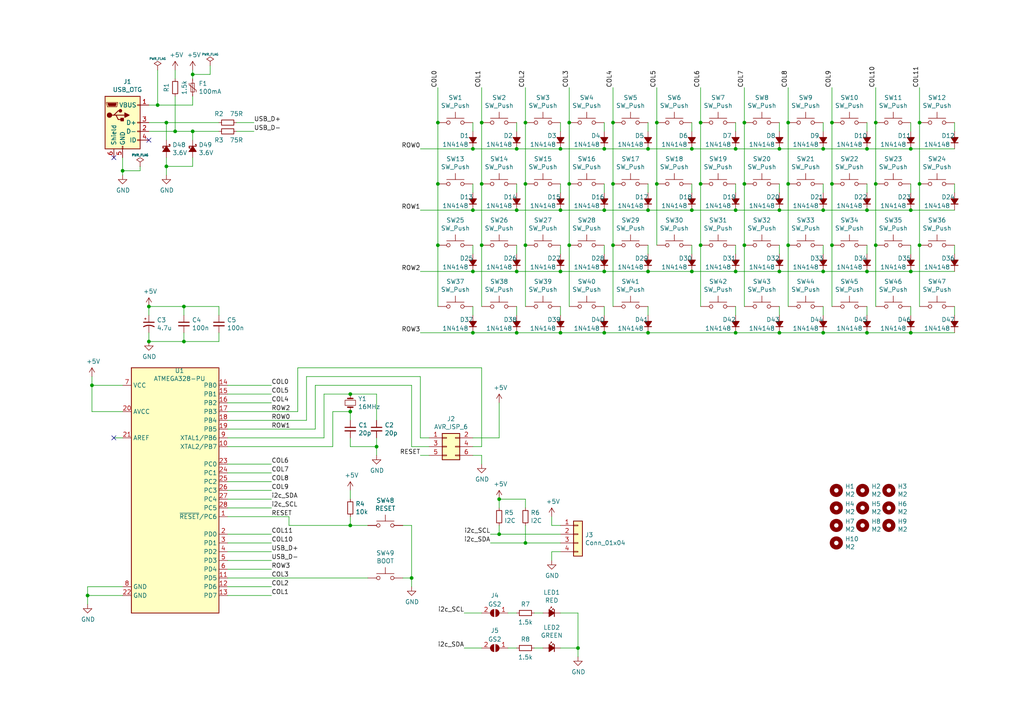
<source format=kicad_sch>
(kicad_sch (version 20211123) (generator eeschema)
  (paper "A4")
  (lib_symbols
    (symbol "Connector:USB_B_Mini" (pin_names (offset 1.016))
      (property "Reference" "J" (at -5.08 11.43 0))
      (property "Value" "USB_B_Mini" (at -5.08 8.89 0))
      (symbol "USB_B_Mini_1_1"
        (pin power_out line (at 7.62 5.08 180) (length 2.54) (name "VBUS") (number "1"))
        (pin bidirectional line (at 7.62 -2.54 180) (length 2.54) (name "D-") (number "2"))
        (pin bidirectional line (at 7.62 0 180) (length 2.54) (name "D+") (number "3"))
        (pin passive line (at 7.62 -5.08 180) (length 2.54) (name "ID") (number "4"))
        (pin power_out line (at 0 -10.16 90) (length 2.54) (name "GND") (number "5"))
        (pin passive line (at -2.54 -10.16 90) (length 2.54) (name "Shield") (number "6"))
      )
    )
    (symbol "Connector_Generic:Conn_01x04" (pin_names (offset 1.016) hide)
      (property "Reference" "J" (at 0 5.08 0))
      (property "Value" "Conn_01x04" (at 0 -7.62 0))
      (symbol "Conn_01x04_1_1"
        (pin passive line (at -5.08 2.54 0) (length 3.81) (name "Pin_1") (number "1"))
        (pin passive line (at -5.08 0 0) (length 3.81) (name "Pin_2") (number "2"))
        (pin passive line (at -5.08 -2.54 0) (length 3.81) (name "Pin_3") (number "3"))
        (pin passive line (at -5.08 -5.08 0) (length 3.81) (name "Pin_4") (number "4"))
      )
    )
    (symbol "Connector_Generic:Conn_02x03_Odd_Even" (pin_names (offset 1.016) hide)
      (property "Reference" "J" (at 1.27 5.08 0))
      (property "Value" "Conn_02x03_Odd_Even" (at 1.27 -5.08 0))
      (symbol "Conn_02x03_Odd_Even_1_1"
        (pin passive line (at -5.08 2.54 0) (length 3.81) (name "Pin_1") (number "1"))
        (pin passive line (at 7.62 2.54 180) (length 3.81) (name "Pin_2") (number "2"))
        (pin passive line (at -5.08 0 0) (length 3.81) (name "Pin_3") (number "3"))
        (pin passive line (at 7.62 0 180) (length 3.81) (name "Pin_4") (number "4"))
        (pin passive line (at -5.08 -2.54 0) (length 3.81) (name "Pin_5") (number "5"))
        (pin passive line (at 7.62 -2.54 180) (length 3.81) (name "Pin_6") (number "6"))
      )
    )
    (symbol "Device:C_Polarized_Small_US" (pin_numbers hide) (pin_names (offset 0.254) hide)
      (property "Reference" "C" (at 0.254 1.778 0))
      (property "Value" "C_Polarized_Small_US" (at 0.254 -2.032 0))
      (symbol "C_Polarized_Small_US_1_1"
        (pin passive line (at 0 2.54 270) (length 2.032) (name "~") (number "1"))
        (pin passive line (at 0 -2.54 90) (length 2.032) (name "~") (number "2"))
      )
    )
    (symbol "Device:C_Small" (pin_numbers hide) (pin_names (offset 0.254) hide)
      (property "Reference" "C" (at 0.254 1.778 0))
      (property "Value" "C_Small" (at 0.254 -2.032 0))
      (symbol "C_Small_1_1"
        (pin passive line (at 0 2.54 270) (length 2.032) (name "~") (number "1"))
        (pin passive line (at 0 -2.54 90) (length 2.032) (name "~") (number "2"))
      )
    )
    (symbol "Device:Crystal_Small" (pin_numbers hide) (pin_names (offset 1.016) hide)
      (property "Reference" "Y" (at 0 2.54 0))
      (property "Value" "Crystal_Small" (at 0 -2.54 0))
      (symbol "Crystal_Small_1_1"
        (pin passive line (at -2.54 0 0) (length 1.27) (name "1") (number "1"))
        (pin passive line (at 2.54 0 180) (length 1.27) (name "2") (number "2"))
      )
    )
    (symbol "Device:D_Schottky_Small_Filled" (pin_numbers hide) (pin_names (offset 0.254) hide)
      (property "Reference" "D" (at -1.27 2.032 0))
      (property "Value" "D_Schottky_Small_Filled" (at -7.112 -2.032 0))
      (symbol "D_Schottky_Small_Filled_1_1"
        (pin passive line (at -2.54 0 0) (length 1.778) (name "K") (number "1"))
        (pin passive line (at 2.54 0 180) (length 1.778) (name "A") (number "2"))
      )
    )
    (symbol "Device:D_Small_Filled" (pin_numbers hide) (pin_names (offset 0.254) hide)
      (property "Reference" "D" (at -1.27 2.032 0))
      (property "Value" "D_Small_Filled" (at -3.81 -2.032 0))
      (symbol "D_Small_Filled_1_1"
        (pin passive line (at -2.54 0 0) (length 1.778) (name "K") (number "1"))
        (pin passive line (at 2.54 0 180) (length 1.778) (name "A") (number "2"))
      )
    )
    (symbol "Device:LED_Small_Filled" (pin_numbers hide) (pin_names (offset 0.254) hide)
      (property "Reference" "D" (at -1.27 3.175 0))
      (property "Value" "LED_Small_Filled" (at -4.445 -2.54 0))
      (symbol "LED_Small_Filled_1_1"
        (pin passive line (at -2.54 0 0) (length 1.778) (name "K") (number "1"))
        (pin passive line (at 2.54 0 180) (length 1.778) (name "A") (number "2"))
      )
    )
    (symbol "Device:Polyfuse_Small" (pin_numbers hide) (pin_names (offset 0))
      (property "Reference" "F" (at -1.905 0 90))
      (property "Value" "Polyfuse_Small" (at 1.905 0 90))
      (symbol "Polyfuse_Small_1_1"
        (pin passive line (at 0 2.54 270) (length 0.635) (name "~") (number "1"))
        (pin passive line (at 0 -2.54 90) (length 0.635) (name "~") (number "2"))
      )
    )
    (symbol "Device:R_Small" (pin_numbers hide) (pin_names (offset 0.254) hide)
      (property "Reference" "R" (at 0.762 0.508 0))
      (property "Value" "R_Small" (at 0.762 -1.016 0))
      (symbol "R_Small_1_1"
        (pin passive line (at 0 2.54 270) (length 0.762) (name "~") (number "1"))
        (pin passive line (at 0 -2.54 90) (length 0.762) (name "~") (number "2"))
      )
    )
    (symbol "Jumper:SolderJumper_2_Open" (pin_names (offset 0) hide)
      (property "Reference" "JP" (at 0 2.032 0))
      (property "Value" "SolderJumper_2_Open" (at 0 -2.54 0))
      (symbol "SolderJumper_2_Open_1_1"
        (pin passive line (at -3.81 0 0) (length 2.54) (name "A") (number "1"))
        (pin passive line (at 3.81 0 180) (length 2.54) (name "B") (number "2"))
      )
    )
    (symbol "MCU_Microchip_ATmega:ATmega328-PU"
      (property "Reference" "U1" (at 1.27 34.7218 0))
      (property "Value" "ATMEGA328-PU" (at 1.27 32.4104 0))
      (symbol "ATmega328-PU_1_1"
        (pin bidirectional line (at 15.24 -7.62 180) (length 2.54) (name "~{RESET}/PC6") (number "1"))
        (pin bidirectional line (at 15.24 12.7 180) (length 2.54) (name "XTAL2/PB7") (number "10"))
        (pin bidirectional line (at 15.24 -25.4 180) (length 2.54) (name "PD5") (number "11"))
        (pin bidirectional line (at 15.24 -27.94 180) (length 2.54) (name "PD6") (number "12"))
        (pin bidirectional line (at 15.24 -30.48 180) (length 2.54) (name "PD7") (number "13"))
        (pin bidirectional line (at 15.24 30.48 180) (length 2.54) (name "PB0") (number "14"))
        (pin bidirectional line (at 15.24 27.94 180) (length 2.54) (name "PB1") (number "15"))
        (pin bidirectional line (at 15.24 25.4 180) (length 2.54) (name "PB2") (number "16"))
        (pin bidirectional line (at 15.24 22.86 180) (length 2.54) (name "PB3") (number "17"))
        (pin bidirectional line (at 15.24 20.32 180) (length 2.54) (name "PB4") (number "18"))
        (pin bidirectional line (at 15.24 17.78 180) (length 2.54) (name "PB5") (number "19"))
        (pin bidirectional line (at 15.24 -12.7 180) (length 2.54) (name "PD0") (number "2"))
        (pin power_in line (at -15.24 22.86 0) (length 2.54) (name "AVCC") (number "20"))
        (pin passive line (at -15.24 15.24 0) (length 2.54) (name "AREF") (number "21"))
        (pin passive line (at -15.24 -30.48 0) (length 2.54) (name "GND") (number "22"))
        (pin bidirectional line (at 15.24 7.62 180) (length 2.54) (name "PC0") (number "23"))
        (pin bidirectional line (at 15.24 5.08 180) (length 2.54) (name "PC1") (number "24"))
        (pin bidirectional line (at 15.24 2.54 180) (length 2.54) (name "PC2") (number "25"))
        (pin bidirectional line (at 15.24 0 180) (length 2.54) (name "PC3") (number "26"))
        (pin bidirectional line (at 15.24 -2.54 180) (length 2.54) (name "PC4") (number "27"))
        (pin bidirectional line (at 15.24 -5.08 180) (length 2.54) (name "PC5") (number "28"))
        (pin bidirectional line (at 15.24 -15.24 180) (length 2.54) (name "PD1") (number "3"))
        (pin bidirectional line (at 15.24 -17.78 180) (length 2.54) (name "PD2") (number "4"))
        (pin bidirectional line (at 15.24 -20.32 180) (length 2.54) (name "PD3") (number "5"))
        (pin bidirectional line (at 15.24 -22.86 180) (length 2.54) (name "PD4") (number "6"))
        (pin power_in line (at -15.24 30.48 0) (length 2.54) (name "VCC") (number "7"))
        (pin power_in line (at -15.24 -27.94 0) (length 2.54) (name "GND") (number "8"))
        (pin bidirectional line (at 15.24 15.24 180) (length 2.54) (name "XTAL1/PB6") (number "9"))
      )
    )
    (symbol "Mechanical:MountingHole" (pin_names (offset 1.016))
      (property "Reference" "H" (at 0 5.08 0))
      (property "Value" "MountingHole" (at 0 3.175 0))
    )
    (symbol "Switch:SW_Push" (pin_numbers hide) (pin_names (offset 1.016) hide)
      (property "Reference" "SW" (at 1.27 2.54 0))
      (property "Value" "SW_Push" (at 0 -1.524 0))
      (symbol "SW_Push_0_1"
        (pin passive line (at -5.08 0 0) (length 2.54) (name "1") (number "1"))
        (pin passive line (at 5.08 0 180) (length 2.54) (name "2") (number "2"))
      )
    )
    (symbol "power:+5V" (power) (pin_names (offset 0))
      (property "Value" "+5V" (at 0 3.556 0))
      (symbol "+5V_1_1"
        (pin power_in line (at 0 0 90) (length 0) hide (name "+5V") (number "1"))
      )
    )
    (symbol "power:GND" (power) (pin_names (offset 0))
      (property "Value" "GND" (at 0 -3.81 0))
      (symbol "GND_1_1"
        (pin power_in line (at 0 0 270) (length 0) hide (name "GND") (number "1"))
      )
    )
    (symbol "power:PWR_FLAG" (power) (pin_numbers hide) (pin_names (offset 0) hide)
      (property "Value" "PWR_FLAG" (at 0 3.81 0))
      (symbol "PWR_FLAG_0_0"
        (pin power_out line (at 0 0 90) (length 0) (name "pwr") (number "1"))
      )
    )
  )
  (junction (at 43.18 88.9))
  (junction (at 162.56 96.52))
  (junction (at 251.46 60.96))
  (junction (at 228.6 53.34))
  (junction (at 266.7 53.34))
  (junction (at 50.8 38.1))
  (junction (at 43.18 99.06))
  (junction (at 266.7 35.56))
  (junction (at 55.88 21.59))
  (junction (at 213.36 78.74))
  (junction (at 238.76 60.96))
  (junction (at 203.2 71.12))
  (junction (at 177.8 35.56))
  (junction (at 200.66 60.96))
  (junction (at 266.7 71.12))
  (junction (at 149.86 60.96))
  (junction (at 226.06 43.18))
  (junction (at 101.6 119.38))
  (junction (at 26.67 111.76))
  (junction (at 137.16 60.96))
  (junction (at 264.16 78.74))
  (junction (at 175.26 96.52))
  (junction (at 251.46 96.52))
  (junction (at 48.26 48.26))
  (junction (at 238.76 43.18))
  (junction (at 165.1 71.12))
  (junction (at 53.34 99.06))
  (junction (at 241.3 71.12))
  (junction (at 251.46 43.18))
  (junction (at 254 71.12))
  (junction (at 251.46 78.74))
  (junction (at 226.06 60.96))
  (junction (at 264.16 60.96))
  (junction (at 213.36 43.18))
  (junction (at 162.56 60.96))
  (junction (at 149.86 78.74))
  (junction (at 137.16 78.74))
  (junction (at 238.76 96.52))
  (junction (at 228.6 71.12))
  (junction (at 167.64 187.96))
  (junction (at 152.4 35.56))
  (junction (at 144.78 154.94))
  (junction (at 152.4 71.12))
  (junction (at 139.7 53.34))
  (junction (at 48.26 35.56))
  (junction (at 149.86 96.52))
  (junction (at 226.06 78.74))
  (junction (at 45.72 30.48))
  (junction (at 213.36 96.52))
  (junction (at 149.86 43.18))
  (junction (at 162.56 43.18))
  (junction (at 187.96 96.52))
  (junction (at 119.38 167.64))
  (junction (at 213.36 60.96))
  (junction (at 35.56 49.53))
  (junction (at 137.16 43.18))
  (junction (at 228.6 35.56))
  (junction (at 144.78 144.78))
  (junction (at 241.3 35.56))
  (junction (at 200.66 43.18))
  (junction (at 55.88 38.1))
  (junction (at 139.7 35.56))
  (junction (at 177.8 53.34))
  (junction (at 25.4 172.72))
  (junction (at 152.4 157.48))
  (junction (at 139.7 71.12))
  (junction (at 200.66 78.74))
  (junction (at 241.3 53.34))
  (junction (at 101.6 114.3))
  (junction (at 175.26 78.74))
  (junction (at 190.5 53.34))
  (junction (at 109.22 129.54))
  (junction (at 101.6 152.4))
  (junction (at 127 53.34))
  (junction (at 127 35.56))
  (junction (at 226.06 96.52))
  (junction (at 175.26 43.18))
  (junction (at 254 53.34))
  (junction (at 152.4 53.34))
  (junction (at 162.56 78.74))
  (junction (at 165.1 53.34))
  (junction (at 165.1 35.56))
  (junction (at 190.5 35.56))
  (junction (at 254 35.56))
  (junction (at 238.76 78.74))
  (junction (at 53.34 88.9))
  (junction (at 264.16 43.18))
  (junction (at 215.9 71.12))
  (junction (at 187.96 78.74))
  (junction (at 187.96 43.18))
  (junction (at 187.96 60.96))
  (junction (at 127 71.12))
  (junction (at 264.16 96.52))
  (junction (at 177.8 71.12))
  (junction (at 137.16 96.52))
  (junction (at 175.26 60.96))
  (junction (at 203.2 53.34))
  (junction (at 203.2 35.56))
  (junction (at 215.9 53.34))
  (junction (at 215.9 35.56))
  (no_connect (at 43.18 40.64))
  (no_connect (at 33.02 127))
  (no_connect (at 33.02 45.72))
  (wire (pts (xy 124.46 132.08) (xy 121.92 132.08)))
  (wire (pts (xy 55.88 48.26) (xy 55.88 45.72)))
  (wire (pts (xy 53.34 88.9) (xy 53.34 91.44)))
  (wire (pts (xy 139.7 35.56) (xy 139.7 25.4)))
  (wire (pts (xy 43.18 88.9) (xy 43.18 91.44)))
  (wire (pts (xy 101.6 149.86) (xy 101.6 152.4)))
  (wire (pts (xy 66.04 170.18) (xy 78.74 170.18)))
  (wire (pts (xy 154.94 177.8) (xy 157.48 177.8)))
  (wire (pts (xy 264.16 43.18) (xy 276.86 43.18)))
  (wire (pts (xy 190.5 71.12) (xy 190.5 53.34)))
  (wire (pts (xy 83.82 149.86) (xy 83.82 152.4)))
  (wire (pts (xy 251.46 96.52) (xy 264.16 96.52)))
  (wire (pts (xy 152.4 88.9) (xy 152.4 71.12)))
  (wire (pts (xy 66.04 172.72) (xy 78.74 172.72)))
  (wire (pts (xy 93.98 114.3) (xy 101.6 114.3)))
  (wire (pts (xy 226.06 78.74) (xy 238.76 78.74)))
  (wire (pts (xy 137.16 71.12) (xy 137.16 73.66)))
  (wire (pts (xy 66.04 121.92) (xy 88.9 121.92)))
  (wire (pts (xy 116.84 152.4) (xy 119.38 152.4)))
  (wire (pts (xy 187.96 60.96) (xy 200.66 60.96)))
  (wire (pts (xy 149.86 88.9) (xy 149.86 91.44)))
  (wire (pts (xy 149.86 43.18) (xy 162.56 43.18)))
  (wire (pts (xy 177.8 88.9) (xy 177.8 71.12)))
  (wire (pts (xy 45.72 20.32) (xy 45.72 30.48)))
  (wire (pts (xy 187.96 96.52) (xy 213.36 96.52)))
  (wire (pts (xy 241.3 35.56) (xy 241.3 25.4)))
  (wire (pts (xy 241.3 53.34) (xy 241.3 35.56)))
  (wire (pts (xy 175.26 78.74) (xy 187.96 78.74)))
  (wire (pts (xy 109.22 129.54) (xy 109.22 127)))
  (wire (pts (xy 66.04 137.16) (xy 78.74 137.16)))
  (wire (pts (xy 66.04 134.62) (xy 78.74 134.62)))
  (wire (pts (xy 93.98 114.3) (xy 93.98 127)))
  (wire (pts (xy 152.4 144.78) (xy 152.4 147.32)))
  (wire (pts (xy 88.9 121.92) (xy 88.9 109.22)))
  (wire (pts (xy 238.76 35.56) (xy 238.76 38.1)))
  (wire (pts (xy 241.3 88.9) (xy 241.3 71.12)))
  (wire (pts (xy 187.96 43.18) (xy 200.66 43.18)))
  (wire (pts (xy 109.22 114.3) (xy 109.22 121.92)))
  (wire (pts (xy 26.67 111.76) (xy 26.67 109.22)))
  (wire (pts (xy 162.56 152.4) (xy 160.02 152.4)))
  (wire (pts (xy 55.88 38.1) (xy 55.88 40.64)))
  (wire (pts (xy 48.26 45.72) (xy 48.26 48.26)))
  (wire (pts (xy 162.56 78.74) (xy 175.26 78.74)))
  (wire (pts (xy 137.16 129.54) (xy 139.7 129.54)))
  (wire (pts (xy 144.78 152.4) (xy 144.78 154.94)))
  (wire (pts (xy 251.46 60.96) (xy 264.16 60.96)))
  (wire (pts (xy 137.16 96.52) (xy 149.86 96.52)))
  (wire (pts (xy 162.56 96.52) (xy 175.26 96.52)))
  (wire (pts (xy 200.66 53.34) (xy 200.66 55.88)))
  (wire (pts (xy 63.5 88.9) (xy 63.5 91.44)))
  (wire (pts (xy 86.36 119.38) (xy 86.36 106.68)))
  (wire (pts (xy 144.78 127) (xy 137.16 127)))
  (wire (pts (xy 121.92 109.22) (xy 121.92 127)))
  (wire (pts (xy 215.9 35.56) (xy 215.9 25.4)))
  (wire (pts (xy 160.02 160.02) (xy 162.56 160.02)))
  (wire (pts (xy 266.7 53.34) (xy 266.7 35.56)))
  (wire (pts (xy 177.8 71.12) (xy 177.8 53.34)))
  (wire (pts (xy 33.02 127) (xy 35.56 127)))
  (wire (pts (xy 251.46 88.9) (xy 251.46 91.44)))
  (wire (pts (xy 63.5 96.52) (xy 63.5 99.06)))
  (wire (pts (xy 238.76 88.9) (xy 238.76 91.44)))
  (wire (pts (xy 66.04 165.1) (xy 78.74 165.1)))
  (wire (pts (xy 134.62 187.96) (xy 139.7 187.96)))
  (wire (pts (xy 149.86 35.56) (xy 149.86 38.1)))
  (wire (pts (xy 50.8 38.1) (xy 55.88 38.1)))
  (wire (pts (xy 254 71.12) (xy 254 53.34)))
  (wire (pts (xy 50.8 22.86) (xy 50.8 20.32)))
  (wire (pts (xy 144.78 154.94) (xy 142.24 154.94)))
  (wire (pts (xy 55.88 21.59) (xy 60.96 21.59)))
  (wire (pts (xy 139.7 132.08) (xy 139.7 134.62)))
  (wire (pts (xy 149.86 71.12) (xy 149.86 73.66)))
  (wire (pts (xy 175.26 96.52) (xy 187.96 96.52)))
  (wire (pts (xy 127 88.9) (xy 127 71.12)))
  (wire (pts (xy 43.18 96.52) (xy 43.18 99.06)))
  (wire (pts (xy 162.56 60.96) (xy 175.26 60.96)))
  (wire (pts (xy 43.18 38.1) (xy 50.8 38.1)))
  (wire (pts (xy 55.88 21.59) (xy 55.88 20.32)))
  (wire (pts (xy 35.56 45.72) (xy 35.56 49.53)))
  (wire (pts (xy 167.64 177.8) (xy 167.64 187.96)))
  (wire (pts (xy 213.36 96.52) (xy 226.06 96.52)))
  (wire (pts (xy 200.66 35.56) (xy 200.66 38.1)))
  (wire (pts (xy 149.86 78.74) (xy 162.56 78.74)))
  (wire (pts (xy 228.6 35.56) (xy 228.6 25.4)))
  (wire (pts (xy 175.26 88.9) (xy 175.26 91.44)))
  (wire (pts (xy 48.26 48.26) (xy 55.88 48.26)))
  (wire (pts (xy 187.96 35.56) (xy 187.96 38.1)))
  (wire (pts (xy 121.92 43.18) (xy 137.16 43.18)))
  (wire (pts (xy 53.34 99.06) (xy 43.18 99.06)))
  (wire (pts (xy 116.84 167.64) (xy 119.38 167.64)))
  (wire (pts (xy 144.78 144.78) (xy 144.78 147.32)))
  (wire (pts (xy 226.06 88.9) (xy 226.06 91.44)))
  (wire (pts (xy 63.5 99.06) (xy 53.34 99.06)))
  (wire (pts (xy 226.06 35.56) (xy 226.06 38.1)))
  (wire (pts (xy 187.96 88.9) (xy 187.96 91.44)))
  (wire (pts (xy 276.86 35.56) (xy 276.86 38.1)))
  (wire (pts (xy 66.04 167.64) (xy 106.68 167.64)))
  (wire (pts (xy 35.56 119.38) (xy 26.67 119.38)))
  (wire (pts (xy 45.72 30.48) (xy 55.88 30.48)))
  (wire (pts (xy 187.96 53.34) (xy 187.96 55.88)))
  (wire (pts (xy 101.6 119.38) (xy 101.6 121.92)))
  (wire (pts (xy 213.36 53.34) (xy 213.36 55.88)))
  (wire (pts (xy 119.38 129.54) (xy 119.38 111.76)))
  (wire (pts (xy 276.86 71.12) (xy 276.86 73.66)))
  (wire (pts (xy 165.1 88.9) (xy 165.1 71.12)))
  (wire (pts (xy 213.36 35.56) (xy 213.36 38.1)))
  (wire (pts (xy 238.76 78.74) (xy 251.46 78.74)))
  (wire (pts (xy 26.67 119.38) (xy 26.67 111.76)))
  (wire (pts (xy 144.78 144.78) (xy 152.4 144.78)))
  (wire (pts (xy 119.38 129.54) (xy 124.46 129.54)))
  (wire (pts (xy 101.6 152.4) (xy 106.68 152.4)))
  (wire (pts (xy 200.66 71.12) (xy 200.66 73.66)))
  (wire (pts (xy 66.04 127) (xy 93.98 127)))
  (wire (pts (xy 254 88.9) (xy 254 71.12)))
  (wire (pts (xy 96.52 119.38) (xy 96.52 129.54)))
  (wire (pts (xy 66.04 129.54) (xy 96.52 129.54)))
  (wire (pts (xy 137.16 88.9) (xy 137.16 91.44)))
  (wire (pts (xy 254 53.34) (xy 254 35.56)))
  (wire (pts (xy 66.04 142.24) (xy 78.74 142.24)))
  (wire (pts (xy 43.18 35.56) (xy 48.26 35.56)))
  (wire (pts (xy 109.22 132.08) (xy 109.22 129.54)))
  (wire (pts (xy 152.4 53.34) (xy 152.4 35.56)))
  (wire (pts (xy 152.4 157.48) (xy 162.56 157.48)))
  (wire (pts (xy 127 35.56) (xy 127 25.4)))
  (wire (pts (xy 175.26 71.12) (xy 175.26 73.66)))
  (wire (pts (xy 139.7 88.9) (xy 139.7 71.12)))
  (wire (pts (xy 251.46 78.74) (xy 264.16 78.74)))
  (wire (pts (xy 101.6 129.54) (xy 109.22 129.54)))
  (wire (pts (xy 149.86 177.8) (xy 147.32 177.8)))
  (wire (pts (xy 40.64 49.53) (xy 35.56 49.53)))
  (wire (pts (xy 162.56 43.18) (xy 175.26 43.18)))
  (wire (pts (xy 66.04 124.46) (xy 91.44 124.46)))
  (wire (pts (xy 165.1 53.34) (xy 165.1 35.56)))
  (wire (pts (xy 162.56 71.12) (xy 162.56 73.66)))
  (wire (pts (xy 137.16 132.08) (xy 139.7 132.08)))
  (wire (pts (xy 149.86 96.52) (xy 162.56 96.52)))
  (wire (pts (xy 187.96 78.74) (xy 200.66 78.74)))
  (wire (pts (xy 203.2 35.56) (xy 203.2 25.4)))
  (wire (pts (xy 55.88 27.94) (xy 55.88 30.48)))
  (wire (pts (xy 238.76 96.52) (xy 251.46 96.52)))
  (wire (pts (xy 162.56 177.8) (xy 167.64 177.8)))
  (wire (pts (xy 119.38 111.76) (xy 91.44 111.76)))
  (wire (pts (xy 251.46 71.12) (xy 251.46 73.66)))
  (wire (pts (xy 226.06 71.12) (xy 226.06 73.66)))
  (wire (pts (xy 152.4 152.4) (xy 152.4 157.48)))
  (wire (pts (xy 40.64 48.26) (xy 40.64 49.53)))
  (wire (pts (xy 68.58 38.1) (xy 73.66 38.1)))
  (wire (pts (xy 228.6 71.12) (xy 228.6 88.9)))
  (wire (pts (xy 203.2 88.9) (xy 203.2 71.12)))
  (wire (pts (xy 167.64 187.96) (xy 167.64 190.5)))
  (wire (pts (xy 60.96 21.59) (xy 60.96 19.05)))
  (wire (pts (xy 241.3 71.12) (xy 241.3 53.34)))
  (wire (pts (xy 101.6 127) (xy 101.6 129.54)))
  (wire (pts (xy 121.92 96.52) (xy 137.16 96.52)))
  (wire (pts (xy 147.32 187.96) (xy 149.86 187.96)))
  (wire (pts (xy 226.06 43.18) (xy 238.76 43.18)))
  (wire (pts (xy 53.34 96.52) (xy 53.34 99.06)))
  (wire (pts (xy 200.66 43.18) (xy 213.36 43.18)))
  (wire (pts (xy 266.7 71.12) (xy 266.7 53.34)))
  (wire (pts (xy 144.78 116.84) (xy 144.78 127)))
  (wire (pts (xy 187.96 71.12) (xy 187.96 73.66)))
  (wire (pts (xy 137.16 60.96) (xy 149.86 60.96)))
  (wire (pts (xy 266.7 88.9) (xy 266.7 71.12)))
  (wire (pts (xy 43.18 88.9) (xy 53.34 88.9)))
  (wire (pts (xy 160.02 152.4) (xy 160.02 149.86)))
  (wire (pts (xy 190.5 35.56) (xy 190.5 25.4)))
  (wire (pts (xy 66.04 157.48) (xy 78.74 157.48)))
  (wire (pts (xy 50.8 27.94) (xy 50.8 38.1)))
  (wire (pts (xy 175.26 60.96) (xy 187.96 60.96)))
  (wire (pts (xy 25.4 172.72) (xy 25.4 175.26)))
  (wire (pts (xy 226.06 60.96) (xy 238.76 60.96)))
  (wire (pts (xy 228.6 53.34) (xy 228.6 35.56)))
  (wire (pts (xy 66.04 162.56) (xy 78.74 162.56)))
  (wire (pts (xy 264.16 35.56) (xy 264.16 38.1)))
  (wire (pts (xy 238.76 60.96) (xy 251.46 60.96)))
  (wire (pts (xy 162.56 154.94) (xy 144.78 154.94)))
  (wire (pts (xy 48.26 35.56) (xy 63.5 35.56)))
  (wire (pts (xy 139.7 106.68) (xy 139.7 129.54)))
  (wire (pts (xy 266.7 35.56) (xy 266.7 25.4)))
  (wire (pts (xy 200.66 78.74) (xy 213.36 78.74)))
  (wire (pts (xy 134.62 177.8) (xy 139.7 177.8)))
  (wire (pts (xy 264.16 88.9) (xy 264.16 91.44)))
  (wire (pts (xy 215.9 71.12) (xy 215.9 88.9)))
  (wire (pts (xy 83.82 152.4) (xy 101.6 152.4)))
  (wire (pts (xy 251.46 53.34) (xy 251.46 55.88)))
  (wire (pts (xy 124.46 127) (xy 121.92 127)))
  (wire (pts (xy 66.04 116.84) (xy 78.74 116.84)))
  (wire (pts (xy 139.7 53.34) (xy 139.7 35.56)))
  (wire (pts (xy 137.16 43.18) (xy 149.86 43.18)))
  (wire (pts (xy 86.36 106.68) (xy 139.7 106.68)))
  (wire (pts (xy 25.4 170.18) (xy 25.4 172.72)))
  (wire (pts (xy 226.06 53.34) (xy 226.06 55.88)))
  (wire (pts (xy 152.4 71.12) (xy 152.4 53.34)))
  (wire (pts (xy 66.04 154.94) (xy 78.74 154.94)))
  (wire (pts (xy 101.6 119.38) (xy 96.52 119.38)))
  (wire (pts (xy 68.58 35.56) (xy 73.66 35.56)))
  (wire (pts (xy 121.92 60.96) (xy 137.16 60.96)))
  (wire (pts (xy 66.04 147.32) (xy 78.74 147.32)))
  (wire (pts (xy 251.46 35.56) (xy 251.46 38.1)))
  (wire (pts (xy 127 53.34) (xy 127 35.56)))
  (wire (pts (xy 175.26 43.18) (xy 187.96 43.18)))
  (wire (pts (xy 264.16 71.12) (xy 264.16 73.66)))
  (wire (pts (xy 228.6 71.12) (xy 228.6 53.34)))
  (wire (pts (xy 91.44 111.76) (xy 91.44 124.46)))
  (wire (pts (xy 175.26 53.34) (xy 175.26 55.88)))
  (wire (pts (xy 35.56 49.53) (xy 35.56 50.8)))
  (wire (pts (xy 215.9 71.12) (xy 215.9 53.34)))
  (wire (pts (xy 276.86 53.34) (xy 276.86 55.88)))
  (wire (pts (xy 238.76 71.12) (xy 238.76 73.66)))
  (wire (pts (xy 162.56 53.34) (xy 162.56 55.88)))
  (wire (pts (xy 264.16 60.96) (xy 276.86 60.96)))
  (wire (pts (xy 26.67 111.76) (xy 35.56 111.76)))
  (wire (pts (xy 149.86 53.34) (xy 149.86 55.88)))
  (wire (pts (xy 238.76 43.18) (xy 251.46 43.18)))
  (wire (pts (xy 101.6 144.78) (xy 101.6 142.24)))
  (wire (pts (xy 165.1 71.12) (xy 165.1 53.34)))
  (wire (pts (xy 215.9 53.34) (xy 215.9 35.56)))
  (wire (pts (xy 276.86 88.9) (xy 276.86 91.44)))
  (wire (pts (xy 264.16 96.52) (xy 276.86 96.52)))
  (wire (pts (xy 226.06 96.52) (xy 238.76 96.52)))
  (wire (pts (xy 25.4 172.72) (xy 35.56 172.72)))
  (wire (pts (xy 88.9 109.22) (xy 121.92 109.22)))
  (wire (pts (xy 66.04 139.7) (xy 78.74 139.7)))
  (wire (pts (xy 203.2 53.34) (xy 203.2 35.56)))
  (wire (pts (xy 48.26 40.64) (xy 48.26 35.56)))
  (wire (pts (xy 264.16 53.34) (xy 264.16 55.88)))
  (wire (pts (xy 66.04 111.76) (xy 78.74 111.76)))
  (wire (pts (xy 213.36 71.12) (xy 213.36 73.66)))
  (wire (pts (xy 177.8 35.56) (xy 177.8 25.4)))
  (wire (pts (xy 149.86 60.96) (xy 162.56 60.96)))
  (wire (pts (xy 165.1 35.56) (xy 165.1 25.4)))
  (wire (pts (xy 66.04 114.3) (xy 78.74 114.3)))
  (wire (pts (xy 66.04 149.86) (xy 83.82 149.86)))
  (wire (pts (xy 200.66 60.96) (xy 213.36 60.96)))
  (wire (pts (xy 254 35.56) (xy 254 25.4)))
  (wire (pts (xy 66.04 144.78) (xy 78.74 144.78)))
  (wire (pts (xy 119.38 167.64) (xy 119.38 170.18)))
  (wire (pts (xy 238.76 53.34) (xy 238.76 55.88)))
  (wire (pts (xy 213.36 78.74) (xy 226.06 78.74)))
  (wire (pts (xy 137.16 35.56) (xy 137.16 38.1)))
  (wire (pts (xy 53.34 88.9) (xy 63.5 88.9)))
  (wire (pts (xy 43.18 30.48) (xy 45.72 30.48)))
  (wire (pts (xy 119.38 152.4) (xy 119.38 167.64)))
  (wire (pts (xy 55.88 22.86) (xy 55.88 21.59)))
  (wire (pts (xy 48.26 48.26) (xy 48.26 50.8)))
  (wire (pts (xy 121.92 78.74) (xy 137.16 78.74)))
  (wire (pts (xy 162.56 88.9) (xy 162.56 91.44)))
  (wire (pts (xy 162.56 187.96) (xy 167.64 187.96)))
  (wire (pts (xy 213.36 91.44) (xy 213.36 88.9)))
  (wire (pts (xy 101.6 114.3) (xy 109.22 114.3)))
  (wire (pts (xy 213.36 43.18) (xy 226.06 43.18)))
  (wire (pts (xy 142.24 157.48) (xy 152.4 157.48)))
  (wire (pts (xy 127 71.12) (xy 127 53.34)))
  (wire (pts (xy 162.56 35.56) (xy 162.56 38.1)))
  (wire (pts (xy 177.8 53.34) (xy 177.8 35.56)))
  (wire (pts (xy 25.4 170.18) (xy 35.56 170.18)))
  (wire (pts (xy 137.16 53.34) (xy 137.16 55.88)))
  (wire (pts (xy 190.5 53.34) (xy 190.5 35.56)))
  (wire (pts (xy 66.04 119.38) (xy 86.36 119.38)))
  (wire (pts (xy 55.88 38.1) (xy 63.5 38.1)))
  (wire (pts (xy 152.4 35.56) (xy 152.4 25.4)))
  (wire (pts (xy 175.26 35.56) (xy 175.26 38.1)))
  (wire (pts (xy 251.46 43.18) (xy 264.16 43.18)))
  (wire (pts (xy 264.16 78.74) (xy 276.86 78.74)))
  (wire (pts (xy 213.36 60.96) (xy 226.06 60.96)))
  (wire (pts (xy 154.94 187.96) (xy 157.48 187.96)))
  (wire (pts (xy 160.02 160.02) (xy 160.02 162.56)))
  (wire (pts (xy 203.2 71.12) (xy 203.2 53.34)))
  (wire (pts (xy 66.04 160.02) (xy 78.74 160.02)))
  (wire (pts (xy 139.7 71.12) (xy 139.7 53.34)))
  (wire (pts (xy 137.16 78.74) (xy 149.86 78.74)))
  (label "i2c_SCL" (at 134.62 177.8 180))
  (label "ROW1" (at 121.92 60.96 180))
  (label "COL3" (at 165.1 25.4 90))
  (label "COL11" (at 78.74 154.94 0))
  (label "i2c_SCL" (at 142.24 154.94 180))
  (label "COL7" (at 78.74 137.16 0))
  (label "COL5" (at 190.5 25.4 90))
  (label "COL5" (at 78.74 114.3 0))
  (label "USB_D+" (at 78.74 160.02 0))
  (label "USB_D-" (at 78.74 162.56 0))
  (label "ROW3" (at 121.92 96.52 180))
  (label "COL0" (at 78.74 111.76 0))
  (label "COL10" (at 78.74 157.48 0))
  (label "COL9" (at 78.74 142.24 0))
  (label "ROW3" (at 78.74 165.1 0))
  (label "COL6" (at 203.2 25.4 90))
  (label "COL2" (at 152.4 25.4 90))
  (label "i2c_SDA" (at 142.24 157.48 180))
  (label "ROW0" (at 78.74 121.92 0))
  (label "RESET" (at 78.74 149.86 0))
  (label "COL6" (at 78.74 134.62 0))
  (label "COL0" (at 127 25.4 90))
  (label "i2c_SCL" (at 78.74 147.32 0))
  (label "ROW1" (at 78.74 124.46 0))
  (label "COL1" (at 78.74 172.72 0))
  (label "ROW2" (at 78.74 119.38 0))
  (label "ROW0" (at 121.92 43.18 180))
  (label "COL3" (at 78.74 167.64 0))
  (label "COL8" (at 228.6 25.4 90))
  (label "COL2" (at 78.74 170.18 0))
  (label "i2c_SDA" (at 134.62 187.96 180))
  (label "USB_D-" (at 73.66 38.1 0))
  (label "COL11" (at 266.7 25.4 90))
  (label "USB_D+" (at 73.66 35.56 0))
  (label "COL4" (at 177.8 25.4 90))
  (label "COL8" (at 78.74 139.7 0))
  (label "COL10" (at 254 25.4 90))
  (label "COL7" (at 215.9 25.4 90))
  (label "RESET" (at 121.92 132.08 180))
  (label "COL4" (at 78.74 116.84 0))
  (label "COL9" (at 241.3 25.4 90))
  (label "COL1" (at 139.7 25.4 90))
  (label "ROW2" (at 121.92 78.74 180))
  (label "i2c_SDA" (at 78.74 144.78 0))
  (symbol (lib_id "Switch:SW_Push") (at 132.08 35.56 0) (mirror y) (unit 1)
    (property "Reference" "SW1" (at 132.08 28.321 0))
    (property "Value" "SW_Push" (at 132.08 30.6324 0))
    (property "Footprint" "Keebio-Parts:Kailh-PG1350-1u-NoLED" (effects hide))
  )
  (symbol (lib_id "Device:D_Small_Filled") (at 137.16 40.64 270) (mirror x) (unit 1)
    (property "Reference" "D1" (at 133.35 39.37 90) (effects (justify left)))
    (property "Value" "1N4148" (at 128.27 41.91 90) (effects (justify left)))
    (property "Footprint" "dm9_rc:D_DO-35_SOD27_P5.08mm_Horizontal" (effects hide))
  )
  (symbol (lib_id "Switch:SW_Push") (at 132.08 53.34 0) (mirror y) (unit 1)
    (property "Reference" "SW13" (at 132.08 46.101 0))
    (property "Value" "SW_Push" (at 132.08 48.4124 0))
    (property "Footprint" "Keebio-Parts:Kailh-PG1350-1u-NoLED" (effects hide))
  )
  (symbol (lib_id "Device:D_Small_Filled") (at 137.16 58.42 270) (mirror x) (unit 1)
    (property "Reference" "D13" (at 133.35 57.15 90) (effects (justify left)))
    (property "Value" "1N4148" (at 128.27 59.69 90) (effects (justify left)))
    (property "Footprint" "dm9_rc:D_DO-35_SOD27_P5.08mm_Horizontal" (effects hide))
  )
  (symbol (lib_id "Switch:SW_Push") (at 132.08 71.12 0) (mirror y) (unit 1)
    (property "Reference" "SW25" (at 132.08 63.881 0))
    (property "Value" "SW_Push" (at 132.08 66.1924 0))
    (property "Footprint" "Keebio-Parts:Kailh-PG1350-1u-NoLED" (effects hide))
  )
  (symbol (lib_id "Device:D_Small_Filled") (at 137.16 76.2 270) (mirror x) (unit 1)
    (property "Reference" "D25" (at 133.35 74.93 90) (effects (justify left)))
    (property "Value" "1N4148" (at 128.27 77.47 90) (effects (justify left)))
    (property "Footprint" "dm9_rc:D_DO-35_SOD27_P5.08mm_Horizontal" (effects hide))
  )
  (symbol (lib_id "Switch:SW_Push") (at 132.08 88.9 0) (mirror y) (unit 1)
    (property "Reference" "SW37" (at 132.08 81.661 0))
    (property "Value" "SW_Push" (at 132.08 83.9724 0))
    (property "Footprint" "Keebio-Parts:Kailh-PG1350-1u-NoLED" (effects hide))
  )
  (symbol (lib_id "Device:D_Small_Filled") (at 137.16 93.98 270) (mirror x) (unit 1)
    (property "Reference" "D37" (at 133.35 92.71 90) (effects (justify left)))
    (property "Value" "1N4148" (at 128.27 95.25 90) (effects (justify left)))
    (property "Footprint" "dm9_rc:D_DO-35_SOD27_P5.08mm_Horizontal" (effects hide))
  )
  (symbol (lib_id "power:PWR_FLAG") (at 60.96 19.05 0) (unit 1)
    (property "Reference" "#FLG0101" (effects hide))
    (property "Value" "PWR_FLAG" (at 60.96 15.7734 0) (effects (font (size 0.635 0.635))))
  )
  (symbol (lib_id "Device:LED_Small_Filled") (at 160.02 177.8 0) (mirror y) (unit 1)
    (property "Reference" "LED1" (at 160.02 171.831 0))
    (property "Value" "RED" (at 160.02 174.1424 0))
    (property "Footprint" "LEDs:LED_D3.0mm" (effects hide))
  )
  (symbol (lib_id "power:PWR_FLAG") (at 40.64 48.26 0) (unit 1)
    (property "Reference" "#FLG0102" (effects hide))
    (property "Value" "PWR_FLAG" (at 40.64 44.9834 0) (effects (font (size 0.635 0.635))))
  )
  (symbol (lib_id "Mechanical:MountingHole") (at 257.81 142.24 0) (unit 1)
    (property "Reference" "H3" (at 260.35 141.0716 0) (effects (justify left)))
    (property "Value" "M2" (at 260.35 143.383 0) (effects (justify left)))
    (property "Footprint" "Mounting_Holes:MountingHole_2.2mm_M2_Pad" (effects hide))
  )
  (symbol (lib_id "Mechanical:MountingHole") (at 257.81 147.32 0) (unit 1)
    (property "Reference" "H6" (at 260.35 146.1516 0) (effects (justify left)))
    (property "Value" "M2" (at 260.35 148.463 0) (effects (justify left)))
    (property "Footprint" "Mounting_Holes:MountingHole_2.2mm_M2_Pad" (effects hide))
  )
  (symbol (lib_id "Device:LED_Small_Filled") (at 160.02 187.96 0) (mirror y) (unit 1)
    (property "Reference" "LED2" (at 160.02 181.991 0))
    (property "Value" "GREEN" (at 160.02 184.3024 0))
    (property "Footprint" "LEDs:LED_D3.0mm" (effects hide))
  )
  (symbol (lib_id "power:PWR_FLAG") (at 45.72 20.32 0) (unit 1)
    (property "Reference" "#FLG0103" (effects hide))
    (property "Value" "PWR_FLAG" (at 45.72 17.0434 0) (effects (font (size 0.635 0.635))))
  )
  (symbol (lib_id "Mechanical:MountingHole") (at 242.57 142.24 0) (unit 1)
    (property "Reference" "H1" (at 245.11 141.0716 0) (effects (justify left)))
    (property "Value" "M2" (at 245.11 143.383 0) (effects (justify left)))
    (property "Footprint" "Mounting_Holes:MountingHole_2.2mm_M2_Pad" (effects hide))
  )
  (symbol (lib_id "Mechanical:MountingHole") (at 242.57 147.32 0) (unit 1)
    (property "Reference" "H4" (at 245.11 146.1516 0) (effects (justify left)))
    (property "Value" "M2" (at 245.11 148.463 0) (effects (justify left)))
    (property "Footprint" "Mounting_Holes:MountingHole_2.2mm_M2_Pad" (effects hide))
  )
  (symbol (lib_id "Mechanical:MountingHole") (at 242.57 152.4 0) (unit 1)
    (property "Reference" "H7" (at 245.11 151.2316 0) (effects (justify left)))
    (property "Value" "M2" (at 245.11 153.543 0) (effects (justify left)))
    (property "Footprint" "Mounting_Holes:MountingHole_2.2mm_M2_Pad" (effects hide))
  )
  (symbol (lib_id "Mechanical:MountingHole") (at 257.81 152.4 0) (unit 1)
    (property "Reference" "H9" (at 260.35 151.2316 0) (effects (justify left)))
    (property "Value" "M2" (at 260.35 153.543 0) (effects (justify left)))
    (property "Footprint" "Mounting_Holes:MountingHole_2.2mm_M2_Pad" (effects hide))
  )
  (symbol (lib_id "power:GND") (at 167.64 190.5 0) (unit 1)
    (property "Reference" "#PWR015" (effects hide))
    (property "Value" "GND" (at 167.767 194.8942 0))
  )
  (symbol (lib_id "Mechanical:MountingHole") (at 250.19 142.24 0) (unit 1)
    (property "Reference" "H2" (at 252.73 141.0716 0) (effects (justify left)))
    (property "Value" "M2" (at 252.73 143.383 0) (effects (justify left)))
    (property "Footprint" "Mounting_Holes:MountingHole_2.2mm_M2_Pad" (effects hide))
  )
  (symbol (lib_id "Mechanical:MountingHole") (at 250.19 147.32 0) (unit 1)
    (property "Reference" "H5" (at 252.73 146.1516 0) (effects (justify left)))
    (property "Value" "M2" (at 252.73 148.463 0) (effects (justify left)))
    (property "Footprint" "Mounting_Holes:MountingHole_2.2mm_M2_Pad" (effects hide))
  )
  (symbol (lib_id "Mechanical:MountingHole") (at 250.19 152.4 0) (unit 1)
    (property "Reference" "H8" (at 252.73 151.2316 0) (effects (justify left)))
    (property "Value" "M2" (at 252.73 153.543 0) (effects (justify left)))
    (property "Footprint" "Mounting_Holes:MountingHole_2.2mm_M2_Pad" (effects hide))
  )
  (symbol (lib_id "Mechanical:MountingHole") (at 242.57 157.48 0) (unit 1)
    (property "Reference" "H10" (at 245.11 156.3116 0) (effects (justify left)))
    (property "Value" "M2" (at 245.11 158.623 0) (effects (justify left)))
    (property "Footprint" "Mounting_Holes:MountingHole_2.2mm_M2_Pad" (effects hide))
  )
  (symbol (lib_id "power:+5V") (at 43.18 88.9 0) (unit 1)
    (property "Reference" "#PWR011" (effects hide))
    (property "Value" "+5V" (at 43.561 84.5058 0))
  )
  (symbol (lib_id "Switch:SW_Push") (at 144.78 35.56 0) (mirror y) (unit 1)
    (property "Reference" "SW2" (at 144.78 28.321 0))
    (property "Value" "SW_Push" (at 144.78 30.6324 0))
    (property "Footprint" "Keebio-Parts:Kailh-PG1350-1u-NoLED" (effects hide))
  )
  (symbol (lib_id "Device:D_Small_Filled") (at 149.86 40.64 270) (mirror x) (unit 1)
    (property "Reference" "D2" (at 146.05 39.37 90) (effects (justify left)))
    (property "Value" "1N4148" (at 140.97 41.91 90) (effects (justify left)))
    (property "Footprint" "dm9_rc:D_DO-35_SOD27_P5.08mm_Horizontal" (effects hide))
  )
  (symbol (lib_id "Switch:SW_Push") (at 144.78 53.34 0) (mirror y) (unit 1)
    (property "Reference" "SW14" (at 144.78 46.101 0))
    (property "Value" "SW_Push" (at 144.78 48.4124 0))
    (property "Footprint" "Keebio-Parts:Kailh-PG1350-1u-NoLED" (effects hide))
  )
  (symbol (lib_id "Device:D_Small_Filled") (at 149.86 58.42 270) (mirror x) (unit 1)
    (property "Reference" "D14" (at 146.05 57.15 90) (effects (justify left)))
    (property "Value" "1N4148" (at 140.97 59.69 90) (effects (justify left)))
    (property "Footprint" "dm9_rc:D_DO-35_SOD27_P5.08mm_Horizontal" (effects hide))
  )
  (symbol (lib_id "Switch:SW_Push") (at 144.78 71.12 0) (mirror y) (unit 1)
    (property "Reference" "SW26" (at 144.78 63.881 0))
    (property "Value" "SW_Push" (at 144.78 66.1924 0))
    (property "Footprint" "Keebio-Parts:Kailh-PG1350-1u-NoLED" (effects hide))
  )
  (symbol (lib_id "Device:D_Small_Filled") (at 149.86 76.2 270) (mirror x) (unit 1)
    (property "Reference" "D26" (at 146.05 74.93 90) (effects (justify left)))
    (property "Value" "1N4148" (at 140.97 77.47 90) (effects (justify left)))
    (property "Footprint" "dm9_rc:D_DO-35_SOD27_P5.08mm_Horizontal" (effects hide))
  )
  (symbol (lib_id "Switch:SW_Push") (at 144.78 88.9 0) (mirror y) (unit 1)
    (property "Reference" "SW38" (at 144.78 81.661 0))
    (property "Value" "SW_Push" (at 144.78 83.9724 0))
    (property "Footprint" "Keebio-Parts:Kailh-PG1350-1u-NoLED" (effects hide))
  )
  (symbol (lib_id "Device:D_Small_Filled") (at 149.86 93.98 270) (mirror x) (unit 1)
    (property "Reference" "D38" (at 146.05 92.71 90) (effects (justify left)))
    (property "Value" "1N4148" (at 140.97 95.25 90) (effects (justify left)))
    (property "Footprint" "dm9_rc:D_DO-35_SOD27_P5.08mm_Horizontal" (effects hide))
  )
  (symbol (lib_id "Switch:SW_Push") (at 157.48 35.56 0) (mirror y) (unit 1)
    (property "Reference" "SW3" (at 157.48 28.321 0))
    (property "Value" "SW_Push" (at 157.48 30.6324 0))
    (property "Footprint" "Keebio-Parts:Kailh-PG1350-1u-NoLED" (effects hide))
  )
  (symbol (lib_id "Device:D_Small_Filled") (at 162.56 40.64 270) (mirror x) (unit 1)
    (property "Reference" "D3" (at 158.75 39.37 90) (effects (justify left)))
    (property "Value" "1N4148" (at 153.67 41.91 90) (effects (justify left)))
    (property "Footprint" "dm9_rc:D_DO-35_SOD27_P5.08mm_Horizontal" (effects hide))
  )
  (symbol (lib_id "Switch:SW_Push") (at 157.48 53.34 0) (mirror y) (unit 1)
    (property "Reference" "SW15" (at 157.48 46.101 0))
    (property "Value" "SW_Push" (at 157.48 48.4124 0))
    (property "Footprint" "Keebio-Parts:Kailh-PG1350-1u-NoLED" (effects hide))
  )
  (symbol (lib_id "Device:D_Small_Filled") (at 162.56 58.42 270) (mirror x) (unit 1)
    (property "Reference" "D15" (at 158.75 57.15 90) (effects (justify left)))
    (property "Value" "1N4148" (at 153.67 59.69 90) (effects (justify left)))
    (property "Footprint" "dm9_rc:D_DO-35_SOD27_P5.08mm_Horizontal" (effects hide))
  )
  (symbol (lib_id "Switch:SW_Push") (at 157.48 71.12 0) (mirror y) (unit 1)
    (property "Reference" "SW27" (at 157.48 63.881 0))
    (property "Value" "SW_Push" (at 157.48 66.1924 0))
    (property "Footprint" "Keebio-Parts:Kailh-PG1350-1u-NoLED" (effects hide))
  )
  (symbol (lib_id "Device:D_Small_Filled") (at 162.56 76.2 270) (mirror x) (unit 1)
    (property "Reference" "D27" (at 158.75 74.93 90) (effects (justify left)))
    (property "Value" "1N4148" (at 153.67 77.47 90) (effects (justify left)))
    (property "Footprint" "dm9_rc:D_DO-35_SOD27_P5.08mm_Horizontal" (effects hide))
  )
  (symbol (lib_id "Switch:SW_Push") (at 157.48 88.9 0) (mirror y) (unit 1)
    (property "Reference" "SW39" (at 157.48 81.661 0))
    (property "Value" "SW_Push" (at 157.48 83.9724 0))
    (property "Footprint" "Keebio-Parts:Kailh-PG1350-1u-NoLED" (effects hide))
  )
  (symbol (lib_id "Device:D_Small_Filled") (at 162.56 93.98 270) (mirror x) (unit 1)
    (property "Reference" "D39" (at 158.75 92.71 90) (effects (justify left)))
    (property "Value" "1N4148" (at 153.67 95.25 90) (effects (justify left)))
    (property "Footprint" "dm9_rc:D_DO-35_SOD27_P5.08mm_Horizontal" (effects hide))
  )
  (symbol (lib_id "Switch:SW_Push") (at 170.18 35.56 0) (mirror y) (unit 1)
    (property "Reference" "SW4" (at 170.18 28.321 0))
    (property "Value" "SW_Push" (at 170.18 30.6324 0))
    (property "Footprint" "Keebio-Parts:Kailh-PG1350-1u-NoLED" (effects hide))
  )
  (symbol (lib_id "Device:D_Small_Filled") (at 175.26 40.64 270) (mirror x) (unit 1)
    (property "Reference" "D4" (at 171.45 39.37 90) (effects (justify left)))
    (property "Value" "1N4148" (at 166.37 41.91 90) (effects (justify left)))
    (property "Footprint" "dm9_rc:D_DO-35_SOD27_P5.08mm_Horizontal" (effects hide))
  )
  (symbol (lib_id "Switch:SW_Push") (at 170.18 53.34 0) (mirror y) (unit 1)
    (property "Reference" "SW16" (at 170.18 46.101 0))
    (property "Value" "SW_Push" (at 170.18 48.4124 0))
    (property "Footprint" "Keebio-Parts:Kailh-PG1350-1u-NoLED" (effects hide))
  )
  (symbol (lib_id "Device:D_Small_Filled") (at 175.26 58.42 270) (mirror x) (unit 1)
    (property "Reference" "D16" (at 171.45 57.15 90) (effects (justify left)))
    (property "Value" "1N4148" (at 166.37 59.69 90) (effects (justify left)))
    (property "Footprint" "dm9_rc:D_DO-35_SOD27_P5.08mm_Horizontal" (effects hide))
  )
  (symbol (lib_id "Switch:SW_Push") (at 170.18 71.12 0) (mirror y) (unit 1)
    (property "Reference" "SW28" (at 170.18 63.881 0))
    (property "Value" "SW_Push" (at 170.18 66.1924 0))
    (property "Footprint" "Keebio-Parts:Kailh-PG1350-1u-NoLED" (effects hide))
  )
  (symbol (lib_id "Device:D_Small_Filled") (at 175.26 76.2 270) (mirror x) (unit 1)
    (property "Reference" "D28" (at 171.45 74.93 90) (effects (justify left)))
    (property "Value" "1N4148" (at 166.37 77.47 90) (effects (justify left)))
    (property "Footprint" "dm9_rc:D_DO-35_SOD27_P5.08mm_Horizontal" (effects hide))
  )
  (symbol (lib_id "Switch:SW_Push") (at 170.18 88.9 0) (mirror y) (unit 1)
    (property "Reference" "SW40" (at 170.18 81.661 0))
    (property "Value" "SW_Push" (at 170.18 83.9724 0))
    (property "Footprint" "Keebio-Parts:Kailh-PG1350-1u-NoLED" (effects hide))
  )
  (symbol (lib_id "Device:D_Small_Filled") (at 175.26 93.98 270) (mirror x) (unit 1)
    (property "Reference" "D40" (at 171.45 92.71 90) (effects (justify left)))
    (property "Value" "1N4148" (at 166.37 95.25 90) (effects (justify left)))
    (property "Footprint" "dm9_rc:D_DO-35_SOD27_P5.08mm_Horizontal" (effects hide))
  )
  (symbol (lib_id "Switch:SW_Push") (at 182.88 35.56 0) (mirror y) (unit 1)
    (property "Reference" "SW5" (at 182.88 28.321 0))
    (property "Value" "SW_Push" (at 182.88 30.6324 0))
    (property "Footprint" "Keebio-Parts:Kailh-PG1350-1u-NoLED" (effects hide))
  )
  (symbol (lib_id "Device:D_Small_Filled") (at 187.96 40.64 270) (mirror x) (unit 1)
    (property "Reference" "D5" (at 184.15 39.37 90) (effects (justify left)))
    (property "Value" "1N4148" (at 179.07 41.91 90) (effects (justify left)))
    (property "Footprint" "dm9_rc:D_DO-35_SOD27_P5.08mm_Horizontal" (effects hide))
  )
  (symbol (lib_id "Switch:SW_Push") (at 182.88 53.34 0) (mirror y) (unit 1)
    (property "Reference" "SW17" (at 182.88 46.101 0))
    (property "Value" "SW_Push" (at 182.88 48.4124 0))
    (property "Footprint" "Keebio-Parts:Kailh-PG1350-1u-NoLED" (effects hide))
  )
  (symbol (lib_id "Device:D_Small_Filled") (at 187.96 58.42 270) (mirror x) (unit 1)
    (property "Reference" "D17" (at 184.15 57.15 90) (effects (justify left)))
    (property "Value" "1N4148" (at 179.07 59.69 90) (effects (justify left)))
    (property "Footprint" "dm9_rc:D_DO-35_SOD27_P5.08mm_Horizontal" (effects hide))
  )
  (symbol (lib_id "Switch:SW_Push") (at 182.88 71.12 0) (mirror y) (unit 1)
    (property "Reference" "SW29" (at 182.88 63.881 0))
    (property "Value" "SW_Push" (at 182.88 66.1924 0))
    (property "Footprint" "Keebio-Parts:Kailh-PG1350-1u-NoLED" (effects hide))
  )
  (symbol (lib_id "Device:D_Small_Filled") (at 187.96 76.2 270) (mirror x) (unit 1)
    (property "Reference" "D29" (at 184.15 74.93 90) (effects (justify left)))
    (property "Value" "1N4148" (at 179.07 77.47 90) (effects (justify left)))
    (property "Footprint" "dm9_rc:D_DO-35_SOD27_P5.08mm_Horizontal" (effects hide))
  )
  (symbol (lib_id "Switch:SW_Push") (at 182.88 88.9 0) (mirror y) (unit 1)
    (property "Reference" "SW41" (at 182.88 81.661 0))
    (property "Value" "SW_Push" (at 182.88 83.9724 0))
    (property "Footprint" "Keebio-Parts:Kailh-PG1350-1u-NoLED" (effects hide))
  )
  (symbol (lib_id "Device:D_Small_Filled") (at 187.96 93.98 270) (mirror x) (unit 1)
    (property "Reference" "D41" (at 184.15 92.71 90) (effects (justify left)))
    (property "Value" "1N4148" (at 179.07 95.25 90) (effects (justify left)))
    (property "Footprint" "dm9_rc:D_DO-35_SOD27_P5.08mm_Horizontal" (effects hide))
  )
  (symbol (lib_id "Switch:SW_Push") (at 195.58 35.56 0) (mirror y) (unit 1)
    (property "Reference" "SW6" (at 195.58 28.321 0))
    (property "Value" "SW_Push" (at 195.58 30.6324 0))
    (property "Footprint" "Keebio-Parts:Kailh-PG1350-1u-NoLED" (effects hide))
  )
  (symbol (lib_id "Device:D_Small_Filled") (at 200.66 40.64 270) (mirror x) (unit 1)
    (property "Reference" "D6" (at 196.85 39.37 90) (effects (justify left)))
    (property "Value" "1N4148" (at 191.77 41.91 90) (effects (justify left)))
    (property "Footprint" "dm9_rc:D_DO-35_SOD27_P5.08mm_Horizontal" (effects hide))
  )
  (symbol (lib_id "Switch:SW_Push") (at 195.58 53.34 0) (mirror y) (unit 1)
    (property "Reference" "SW18" (at 195.58 46.101 0))
    (property "Value" "SW_Push" (at 195.58 48.4124 0))
    (property "Footprint" "Keebio-Parts:Kailh-PG1350-1u-NoLED" (effects hide))
  )
  (symbol (lib_id "Device:D_Small_Filled") (at 200.66 58.42 270) (mirror x) (unit 1)
    (property "Reference" "D18" (at 196.85 57.15 90) (effects (justify left)))
    (property "Value" "1N4148" (at 191.77 59.69 90) (effects (justify left)))
    (property "Footprint" "dm9_rc:D_DO-35_SOD27_P5.08mm_Horizontal" (effects hide))
  )
  (symbol (lib_id "Switch:SW_Push") (at 195.58 71.12 0) (mirror y) (unit 1)
    (property "Reference" "SW30" (at 195.58 63.881 0))
    (property "Value" "SW_Push" (at 195.58 66.1924 0))
    (property "Footprint" "Keebio-Parts:Kailh-PG1350-1u-NoLED" (effects hide))
  )
  (symbol (lib_id "Device:D_Small_Filled") (at 200.66 76.2 270) (mirror x) (unit 1)
    (property "Reference" "D30" (at 196.85 74.93 90) (effects (justify left)))
    (property "Value" "1N4148" (at 191.77 77.47 90) (effects (justify left)))
    (property "Footprint" "dm9_rc:D_DO-35_SOD27_P5.08mm_Horizontal" (effects hide))
  )
  (symbol (lib_id "Switch:SW_Push") (at 208.28 88.9 0) (mirror y) (unit 1)
    (property "Reference" "SW42" (at 208.28 81.661 0))
    (property "Value" "SW_Push" (at 208.28 83.9724 0))
    (property "Footprint" "Keebio-Parts:Kailh-PG1350-2u-NoLED" (effects hide))
  )
  (symbol (lib_id "Device:D_Small_Filled") (at 213.36 93.98 270) (mirror x) (unit 1)
    (property "Reference" "D42" (at 209.55 92.71 90) (effects (justify left)))
    (property "Value" "1N4148" (at 204.47 95.25 90) (effects (justify left)))
    (property "Footprint" "dm9_rc:D_DO-35_SOD27_P5.08mm_Horizontal" (effects hide))
  )
  (symbol (lib_id "Switch:SW_Push") (at 208.28 35.56 0) (mirror y) (unit 1)
    (property "Reference" "SW7" (at 208.28 28.321 0))
    (property "Value" "SW_Push" (at 208.28 30.6324 0))
    (property "Footprint" "Keebio-Parts:Kailh-PG1350-1u-NoLED" (effects hide))
  )
  (symbol (lib_id "Device:D_Small_Filled") (at 213.36 40.64 270) (mirror x) (unit 1)
    (property "Reference" "D7" (at 209.55 39.37 90) (effects (justify left)))
    (property "Value" "1N4148" (at 204.47 41.91 90) (effects (justify left)))
    (property "Footprint" "dm9_rc:D_DO-35_SOD27_P5.08mm_Horizontal" (effects hide))
  )
  (symbol (lib_id "Switch:SW_Push") (at 208.28 53.34 0) (mirror y) (unit 1)
    (property "Reference" "SW19" (at 208.28 46.101 0))
    (property "Value" "SW_Push" (at 208.28 48.4124 0))
    (property "Footprint" "Keebio-Parts:Kailh-PG1350-1u-NoLED" (effects hide))
  )
  (symbol (lib_id "Device:D_Small_Filled") (at 213.36 58.42 270) (mirror x) (unit 1)
    (property "Reference" "D19" (at 209.55 57.15 90) (effects (justify left)))
    (property "Value" "1N4148" (at 204.47 59.69 90) (effects (justify left)))
    (property "Footprint" "dm9_rc:D_DO-35_SOD27_P5.08mm_Horizontal" (effects hide))
  )
  (symbol (lib_id "Switch:SW_Push") (at 208.28 71.12 0) (mirror y) (unit 1)
    (property "Reference" "SW31" (at 208.28 63.881 0))
    (property "Value" "SW_Push" (at 208.28 66.1924 0))
    (property "Footprint" "Keebio-Parts:Kailh-PG1350-1u-NoLED" (effects hide))
  )
  (symbol (lib_id "Device:D_Small_Filled") (at 213.36 76.2 270) (mirror x) (unit 1)
    (property "Reference" "D31" (at 209.55 74.93 90) (effects (justify left)))
    (property "Value" "1N4148" (at 204.47 77.47 90) (effects (justify left)))
    (property "Footprint" "dm9_rc:D_DO-35_SOD27_P5.08mm_Horizontal" (effects hide))
  )
  (symbol (lib_id "Switch:SW_Push") (at 220.98 35.56 0) (mirror y) (unit 1)
    (property "Reference" "SW8" (at 220.98 28.321 0))
    (property "Value" "SW_Push" (at 220.98 30.6324 0))
    (property "Footprint" "Keebio-Parts:Kailh-PG1350-1u-NoLED" (effects hide))
  )
  (symbol (lib_id "Device:D_Small_Filled") (at 226.06 40.64 270) (mirror x) (unit 1)
    (property "Reference" "D8" (at 222.25 39.37 90) (effects (justify left)))
    (property "Value" "1N4148" (at 217.17 41.91 90) (effects (justify left)))
    (property "Footprint" "dm9_rc:D_DO-35_SOD27_P5.08mm_Horizontal" (effects hide))
  )
  (symbol (lib_id "Switch:SW_Push") (at 220.98 53.34 0) (mirror y) (unit 1)
    (property "Reference" "SW20" (at 220.98 46.101 0))
    (property "Value" "SW_Push" (at 220.98 48.4124 0))
    (property "Footprint" "Keebio-Parts:Kailh-PG1350-1u-NoLED" (effects hide))
  )
  (symbol (lib_id "Device:D_Small_Filled") (at 226.06 58.42 270) (mirror x) (unit 1)
    (property "Reference" "D20" (at 222.25 57.15 90) (effects (justify left)))
    (property "Value" "1N4148" (at 217.17 59.69 90) (effects (justify left)))
    (property "Footprint" "dm9_rc:D_DO-35_SOD27_P5.08mm_Horizontal" (effects hide))
  )
  (symbol (lib_id "Switch:SW_Push") (at 220.98 71.12 0) (mirror y) (unit 1)
    (property "Reference" "SW32" (at 220.98 63.881 0))
    (property "Value" "SW_Push" (at 220.98 66.1924 0))
    (property "Footprint" "Keebio-Parts:Kailh-PG1350-1u-NoLED" (effects hide))
  )
  (symbol (lib_id "Device:D_Small_Filled") (at 226.06 76.2 270) (mirror x) (unit 1)
    (property "Reference" "D32" (at 222.25 74.93 90) (effects (justify left)))
    (property "Value" "1N4148" (at 217.17 77.47 90) (effects (justify left)))
    (property "Footprint" "dm9_rc:D_DO-35_SOD27_P5.08mm_Horizontal" (effects hide))
  )
  (symbol (lib_id "Switch:SW_Push") (at 220.98 88.9 0) (mirror y) (unit 1)
    (property "Reference" "SW43" (at 220.98 81.661 0))
    (property "Value" "SW_Push" (at 220.98 83.9724 0))
    (property "Footprint" "Keebio-Parts:Kailh-PG1350-1u-NoLED" (effects hide))
  )
  (symbol (lib_id "Device:D_Small_Filled") (at 226.06 93.98 270) (mirror x) (unit 1)
    (property "Reference" "D43" (at 222.25 92.71 90) (effects (justify left)))
    (property "Value" "1N4148" (at 217.17 95.25 90) (effects (justify left)))
    (property "Footprint" "dm9_rc:D_DO-35_SOD27_P5.08mm_Horizontal" (effects hide))
  )
  (symbol (lib_id "Switch:SW_Push") (at 233.68 35.56 0) (mirror y) (unit 1)
    (property "Reference" "SW9" (at 233.68 28.321 0))
    (property "Value" "SW_Push" (at 233.68 30.6324 0))
    (property "Footprint" "Keebio-Parts:Kailh-PG1350-1u-NoLED" (effects hide))
  )
  (symbol (lib_id "Device:D_Small_Filled") (at 238.76 40.64 270) (mirror x) (unit 1)
    (property "Reference" "D9" (at 234.95 39.37 90) (effects (justify left)))
    (property "Value" "1N4148" (at 229.87 41.91 90) (effects (justify left)))
    (property "Footprint" "dm9_rc:D_DO-35_SOD27_P5.08mm_Horizontal" (effects hide))
  )
  (symbol (lib_id "Switch:SW_Push") (at 233.68 53.34 0) (mirror y) (unit 1)
    (property "Reference" "SW21" (at 233.68 46.101 0))
    (property "Value" "SW_Push" (at 233.68 48.4124 0))
    (property "Footprint" "Keebio-Parts:Kailh-PG1350-1u-NoLED" (effects hide))
  )
  (symbol (lib_id "Device:D_Small_Filled") (at 238.76 58.42 270) (mirror x) (unit 1)
    (property "Reference" "D21" (at 234.95 57.15 90) (effects (justify left)))
    (property "Value" "1N4148" (at 229.87 59.69 90) (effects (justify left)))
    (property "Footprint" "dm9_rc:D_DO-35_SOD27_P5.08mm_Horizontal" (effects hide))
  )
  (symbol (lib_id "Switch:SW_Push") (at 233.68 71.12 0) (mirror y) (unit 1)
    (property "Reference" "SW33" (at 233.68 63.881 0))
    (property "Value" "SW_Push" (at 233.68 66.1924 0))
    (property "Footprint" "Keebio-Parts:Kailh-PG1350-1u-NoLED" (effects hide))
  )
  (symbol (lib_id "Device:D_Small_Filled") (at 238.76 76.2 270) (mirror x) (unit 1)
    (property "Reference" "D33" (at 234.95 74.93 90) (effects (justify left)))
    (property "Value" "1N4148" (at 229.87 77.47 90) (effects (justify left)))
    (property "Footprint" "dm9_rc:D_DO-35_SOD27_P5.08mm_Horizontal" (effects hide))
  )
  (symbol (lib_id "Switch:SW_Push") (at 233.68 88.9 0) (mirror y) (unit 1)
    (property "Reference" "SW44" (at 233.68 81.661 0))
    (property "Value" "SW_Push" (at 233.68 83.9724 0))
    (property "Footprint" "Keebio-Parts:Kailh-PG1350-1u-NoLED" (effects hide))
  )
  (symbol (lib_id "Device:D_Small_Filled") (at 238.76 93.98 270) (mirror x) (unit 1)
    (property "Reference" "D44" (at 234.95 92.71 90) (effects (justify left)))
    (property "Value" "1N4148" (at 229.87 95.25 90) (effects (justify left)))
    (property "Footprint" "dm9_rc:D_DO-35_SOD27_P5.08mm_Horizontal" (effects hide))
  )
  (symbol (lib_id "Switch:SW_Push") (at 246.38 35.56 0) (mirror y) (unit 1)
    (property "Reference" "SW10" (at 246.38 28.321 0))
    (property "Value" "SW_Push" (at 246.38 30.6324 0))
    (property "Footprint" "Keebio-Parts:Kailh-PG1350-1u-NoLED" (effects hide))
  )
  (symbol (lib_id "Device:D_Small_Filled") (at 251.46 40.64 270) (mirror x) (unit 1)
    (property "Reference" "D10" (at 247.65 39.37 90) (effects (justify left)))
    (property "Value" "1N4148" (at 242.57 41.91 90) (effects (justify left)))
    (property "Footprint" "dm9_rc:D_DO-35_SOD27_P5.08mm_Horizontal" (effects hide))
  )
  (symbol (lib_id "Switch:SW_Push") (at 246.38 53.34 0) (mirror y) (unit 1)
    (property "Reference" "SW22" (at 246.38 46.101 0))
    (property "Value" "SW_Push" (at 246.38 48.4124 0))
    (property "Footprint" "Keebio-Parts:Kailh-PG1350-1u-NoLED" (effects hide))
  )
  (symbol (lib_id "Device:D_Small_Filled") (at 251.46 58.42 270) (mirror x) (unit 1)
    (property "Reference" "D22" (at 247.65 57.15 90) (effects (justify left)))
    (property "Value" "1N4148" (at 242.57 59.69 90) (effects (justify left)))
    (property "Footprint" "dm9_rc:D_DO-35_SOD27_P5.08mm_Horizontal" (effects hide))
  )
  (symbol (lib_id "Switch:SW_Push") (at 246.38 71.12 0) (mirror y) (unit 1)
    (property "Reference" "SW34" (at 246.38 63.881 0))
    (property "Value" "SW_Push" (at 246.38 66.1924 0))
    (property "Footprint" "Keebio-Parts:Kailh-PG1350-1u-NoLED" (effects hide))
  )
  (symbol (lib_id "Device:D_Small_Filled") (at 251.46 76.2 270) (mirror x) (unit 1)
    (property "Reference" "D34" (at 247.65 74.93 90) (effects (justify left)))
    (property "Value" "1N4148" (at 242.57 77.47 90) (effects (justify left)))
    (property "Footprint" "dm9_rc:D_DO-35_SOD27_P5.08mm_Horizontal" (effects hide))
  )
  (symbol (lib_id "Switch:SW_Push") (at 246.38 88.9 0) (mirror y) (unit 1)
    (property "Reference" "SW45" (at 246.38 81.661 0))
    (property "Value" "SW_Push" (at 246.38 83.9724 0))
    (property "Footprint" "Keebio-Parts:Kailh-PG1350-1u-NoLED" (effects hide))
  )
  (symbol (lib_id "Device:D_Small_Filled") (at 251.46 93.98 270) (mirror x) (unit 1)
    (property "Reference" "D45" (at 247.65 92.71 90) (effects (justify left)))
    (property "Value" "1N4148" (at 242.57 95.25 90) (effects (justify left)))
    (property "Footprint" "dm9_rc:D_DO-35_SOD27_P5.08mm_Horizontal" (effects hide))
  )
  (symbol (lib_id "Switch:SW_Push") (at 259.08 35.56 0) (mirror y) (unit 1)
    (property "Reference" "SW11" (at 259.08 28.321 0))
    (property "Value" "SW_Push" (at 259.08 30.6324 0))
    (property "Footprint" "Keebio-Parts:Kailh-PG1350-1u-NoLED" (effects hide))
  )
  (symbol (lib_id "Device:D_Small_Filled") (at 264.16 40.64 270) (mirror x) (unit 1)
    (property "Reference" "D11" (at 260.35 39.37 90) (effects (justify left)))
    (property "Value" "1N4148" (at 255.27 41.91 90) (effects (justify left)))
    (property "Footprint" "dm9_rc:D_DO-35_SOD27_P5.08mm_Horizontal" (effects hide))
  )
  (symbol (lib_id "Switch:SW_Push") (at 259.08 53.34 0) (mirror y) (unit 1)
    (property "Reference" "SW23" (at 259.08 46.101 0))
    (property "Value" "SW_Push" (at 259.08 48.4124 0))
    (property "Footprint" "Keebio-Parts:Kailh-PG1350-1u-NoLED" (effects hide))
  )
  (symbol (lib_id "Device:D_Small_Filled") (at 264.16 58.42 270) (mirror x) (unit 1)
    (property "Reference" "D23" (at 260.35 57.15 90) (effects (justify left)))
    (property "Value" "1N4148" (at 255.27 59.69 90) (effects (justify left)))
    (property "Footprint" "dm9_rc:D_DO-35_SOD27_P5.08mm_Horizontal" (effects hide))
  )
  (symbol (lib_id "Switch:SW_Push") (at 259.08 71.12 0) (mirror y) (unit 1)
    (property "Reference" "SW35" (at 259.08 63.881 0))
    (property "Value" "SW_Push" (at 259.08 66.1924 0))
    (property "Footprint" "Keebio-Parts:Kailh-PG1350-1u-NoLED" (effects hide))
  )
  (symbol (lib_id "Device:D_Small_Filled") (at 264.16 76.2 270) (mirror x) (unit 1)
    (property "Reference" "D35" (at 260.35 74.93 90) (effects (justify left)))
    (property "Value" "1N4148" (at 255.27 77.47 90) (effects (justify left)))
    (property "Footprint" "dm9_rc:D_DO-35_SOD27_P5.08mm_Horizontal" (effects hide))
  )
  (symbol (lib_id "Switch:SW_Push") (at 259.08 88.9 0) (mirror y) (unit 1)
    (property "Reference" "SW46" (at 259.08 81.661 0))
    (property "Value" "SW_Push" (at 259.08 83.9724 0))
    (property "Footprint" "Keebio-Parts:Kailh-PG1350-1u-NoLED" (effects hide))
  )
  (symbol (lib_id "Device:D_Small_Filled") (at 264.16 93.98 270) (mirror x) (unit 1)
    (property "Reference" "D46" (at 260.35 92.71 90) (effects (justify left)))
    (property "Value" "1N4148" (at 255.27 95.25 90) (effects (justify left)))
    (property "Footprint" "dm9_rc:D_DO-35_SOD27_P5.08mm_Horizontal" (effects hide))
  )
  (symbol (lib_id "Switch:SW_Push") (at 271.78 35.56 0) (mirror y) (unit 1)
    (property "Reference" "SW12" (at 271.78 28.321 0))
    (property "Value" "SW_Push" (at 271.78 30.6324 0))
    (property "Footprint" "Keebio-Parts:Kailh-PG1350-1u-NoLED" (effects hide))
  )
  (symbol (lib_id "Device:D_Small_Filled") (at 276.86 40.64 270) (mirror x) (unit 1)
    (property "Reference" "D12" (at 273.05 39.37 90) (effects (justify left)))
    (property "Value" "1N4148" (at 267.97 41.91 90) (effects (justify left)))
    (property "Footprint" "dm9_rc:D_DO-35_SOD27_P5.08mm_Horizontal" (effects hide))
  )
  (symbol (lib_id "Switch:SW_Push") (at 271.78 53.34 0) (mirror y) (unit 1)
    (property "Reference" "SW24" (at 271.78 46.101 0))
    (property "Value" "SW_Push" (at 271.78 48.4124 0))
    (property "Footprint" "Keebio-Parts:Kailh-PG1350-1u-NoLED" (effects hide))
  )
  (symbol (lib_id "Device:D_Small_Filled") (at 276.86 58.42 270) (mirror x) (unit 1)
    (property "Reference" "D24" (at 273.05 57.15 90) (effects (justify left)))
    (property "Value" "1N4148" (at 267.97 59.69 90) (effects (justify left)))
    (property "Footprint" "dm9_rc:D_DO-35_SOD27_P5.08mm_Horizontal" (effects hide))
  )
  (symbol (lib_id "Switch:SW_Push") (at 271.78 71.12 0) (mirror y) (unit 1)
    (property "Reference" "SW36" (at 271.78 63.881 0))
    (property "Value" "SW_Push" (at 271.78 66.1924 0))
    (property "Footprint" "Keebio-Parts:Kailh-PG1350-1u-NoLED" (effects hide))
  )
  (symbol (lib_id "Device:D_Small_Filled") (at 276.86 76.2 270) (mirror x) (unit 1)
    (property "Reference" "D36" (at 273.05 74.93 90) (effects (justify left)))
    (property "Value" "1N4148" (at 267.97 77.47 90) (effects (justify left)))
    (property "Footprint" "dm9_rc:D_DO-35_SOD27_P5.08mm_Horizontal" (effects hide))
  )
  (symbol (lib_id "Switch:SW_Push") (at 271.78 88.9 0) (mirror y) (unit 1)
    (property "Reference" "SW47" (at 271.78 81.661 0))
    (property "Value" "SW_Push" (at 271.78 83.9724 0))
    (property "Footprint" "Keebio-Parts:Kailh-PG1350-1u-NoLED" (effects hide))
  )
  (symbol (lib_id "Device:D_Small_Filled") (at 276.86 93.98 270) (mirror x) (unit 1)
    (property "Reference" "D47" (at 273.05 92.71 90) (effects (justify left)))
    (property "Value" "1N4148" (at 267.97 95.25 90) (effects (justify left)))
    (property "Footprint" "dm9_rc:D_DO-35_SOD27_P5.08mm_Horizontal" (effects hide))
  )
  (symbol (lib_id "Device:R_Small") (at 152.4 177.8 90) (unit 1)
    (property "Reference" "R7" (at 152.4 175.26 90))
    (property "Value" "1.5k" (at 152.4 180.467 90))
    (property "Footprint" "Resistors_THT:R_Axial_DIN0204_L3.6mm_D1.6mm_P5.08mm_Horizontal" (effects hide))
  )
  (symbol (lib_id "Device:C_Polarized_Small_US") (at 43.18 93.98 0) (unit 1)
    (property "Reference" "C3" (at 45.4914 92.8116 0) (effects (justify left)))
    (property "Value" "4.7u" (at 45.4914 95.123 0) (effects (justify left)))
    (property "Footprint" "Capacitors_THT:CP_Radial_D4.0mm_P1.50mm" (effects hide))
  )
  (symbol (lib_id "MCU_Microchip_ATmega:ATmega328-PU") (at 50.8 142.24 0) (unit 1)
    (property "Reference" "U1" (at 52.07 107.5182 0))
    (property "Value" "ATMEGA328-PU" (at 52.07 109.8296 0))
    (property "Footprint" "Package_DIP:DIP-28_W7.62mm" (effects hide))
    (property "Datasheet" "http://ww1.microchip.com/downloads/en/DeviceDoc/Atmel-8025-8-bit-AVR-Microcontroller-ATmega48P-88P-168P_Datasheet.pdf" (effects hide))
  )
  (symbol (lib_id "power:+5V") (at 26.67 109.22 0) (unit 1)
    (property "Reference" "#PWR03" (effects hide))
    (property "Value" "+5V" (at 27.051 104.8258 0))
  )
  (symbol (lib_id "Device:R_Small") (at 152.4 187.96 90) (unit 1)
    (property "Reference" "R8" (at 152.4 185.42 90))
    (property "Value" "1.5k" (at 152.4 190.627 90))
    (property "Footprint" "Resistors_THT:R_Axial_DIN0204_L3.6mm_D1.6mm_P5.08mm_Horizontal" (effects hide))
  )
  (symbol (lib_id "power:GND") (at 43.18 99.06 0) (unit 1)
    (property "Reference" "#PWR012" (effects hide))
    (property "Value" "GND" (at 43.307 103.4542 0))
  )
  (symbol (lib_id "power:GND") (at 25.4 175.26 0) (unit 1)
    (property "Reference" "#PWR013" (effects hide))
    (property "Value" "GND" (at 25.527 179.6542 0))
  )
  (symbol (lib_id "Jumper:SolderJumper_2_Open") (at 143.51 177.8 0) (mirror y) (unit 1)
    (property "Reference" "J4" (at 143.51 172.72 0))
    (property "Value" "GS2" (at 143.51 175.26 0))
    (property "Footprint" "Jumper:SolderJumper-2_P1.3mm_Bridged_Pad1.0x1.5mm" (effects hide))
  )
  (symbol (lib_id "Jumper:SolderJumper_2_Open") (at 143.51 187.96 0) (mirror y) (unit 1)
    (property "Reference" "J5" (at 143.51 182.88 0))
    (property "Value" "GS2" (at 143.51 185.42 0))
    (property "Footprint" "Jumper:SolderJumper-2_P1.3mm_Bridged_Pad1.0x1.5mm" (effects hide))
  )
  (symbol (lib_id "Device:D_Schottky_Small_Filled") (at 48.26 43.18 270) (unit 1)
    (property "Reference" "D48" (at 49.9872 42.0116 90) (effects (justify left)))
    (property "Value" "3.6V" (at 49.9872 44.323 90) (effects (justify left)))
    (property "Footprint" "dm9_rc:D_DO-35_SOD27_P5.08mm_Horizontal" (effects hide))
  )
  (symbol (lib_id "Device:D_Schottky_Small_Filled") (at 55.88 43.18 270) (unit 1)
    (property "Reference" "D49" (at 57.6072 42.0116 90) (effects (justify left)))
    (property "Value" "3.6V" (at 57.6072 44.323 90) (effects (justify left)))
    (property "Footprint" "dm9_rc:D_DO-35_SOD27_P5.08mm_Horizontal" (effects hide))
  )
  (symbol (lib_id "Connector:USB_B_Mini") (at 35.56 35.56 0) (unit 1)
    (property "Reference" "J1" (at 36.957 23.6982 0))
    (property "Value" "USB_OTG" (at 36.957 26.0096 0))
    (property "Footprint" "dm9_conn:USB_MINIB_Akizuki_MUSB-5BF01AS" (effects hide))
  )
  (symbol (lib_id "power:GND") (at 35.56 50.8 0) (unit 1)
    (property "Reference" "#PWR07" (effects hide))
    (property "Value" "GND" (at 35.687 55.1942 0))
  )
  (symbol (lib_id "power:GND") (at 48.26 50.8 0) (unit 1)
    (property "Reference" "#PWR08" (effects hide))
    (property "Value" "GND" (at 48.387 55.1942 0))
  )
  (symbol (lib_id "Device:R_Small") (at 50.8 25.4 180) (unit 1)
    (property "Reference" "R1" (at 48.26 25.4 90))
    (property "Value" "1.5k" (at 53.467 25.4 90))
    (property "Footprint" "Resistors_THT:R_Axial_DIN0204_L3.6mm_D1.6mm_P5.08mm_Horizontal" (effects hide))
  )
  (symbol (lib_id "power:+5V") (at 50.8 20.32 0) (unit 1)
    (property "Reference" "#PWR01" (effects hide))
    (property "Value" "+5V" (at 51.181 15.9258 0))
  )
  (symbol (lib_id "Device:Polyfuse_Small") (at 55.88 25.4 180) (unit 1)
    (property "Reference" "F1" (at 57.6072 24.2316 0) (effects (justify right)))
    (property "Value" "100mA" (at 57.6072 26.543 0) (effects (justify right)))
    (property "Footprint" "dm9_miscs:polyfuse_5.1mm" (effects hide))
  )
  (symbol (lib_id "power:+5V") (at 55.88 20.32 0) (unit 1)
    (property "Reference" "#PWR02" (effects hide))
    (property "Value" "+5V" (at 56.261 15.9258 0))
  )
  (symbol (lib_id "Device:C_Small") (at 53.34 93.98 0) (unit 1)
    (property "Reference" "C4" (at 55.6768 92.8116 0) (effects (justify left)))
    (property "Value" "100n" (at 55.6768 95.123 0) (effects (justify left)))
    (property "Footprint" "Capacitors_THT:C_Disc_D4.3mm_W1.9mm_P5.00mm" (effects hide))
  )
  (symbol (lib_id "Device:R_Small") (at 66.04 35.56 270) (unit 1)
    (property "Reference" "R2" (at 63.5 33.02 90))
    (property "Value" "75R" (at 68.58 33.02 90))
    (property "Footprint" "Resistors_THT:R_Axial_DIN0204_L3.6mm_D1.6mm_P5.08mm_Horizontal" (effects hide))
  )
  (symbol (lib_id "Device:R_Small") (at 66.04 38.1 270) (unit 1)
    (property "Reference" "R3" (at 63.5 40.64 90))
    (property "Value" "75R" (at 68.58 40.64 90))
    (property "Footprint" "Resistors_THT:R_Axial_DIN0204_L3.6mm_D1.6mm_P5.08mm_Horizontal" (effects hide))
  )
  (symbol (lib_id "Device:C_Small") (at 63.5 93.98 0) (unit 1)
    (property "Reference" "C5" (at 65.8368 92.8116 0) (effects (justify left)))
    (property "Value" "100n" (at 65.8368 95.123 0) (effects (justify left)))
    (property "Footprint" "Capacitors_THT:C_Disc_D4.3mm_W1.9mm_P5.00mm" (effects hide))
  )
  (symbol (lib_id "Switch:SW_Push") (at 111.76 152.4 0) (unit 1)
    (property "Reference" "SW48" (at 111.76 145.161 0))
    (property "Value" "RESET" (at 111.76 147.4724 0))
    (property "Footprint" "Buttons_Switches_THT:SW_PUSH_6mm" (effects hide))
  )
  (symbol (lib_id "Device:Crystal_Small") (at 101.6 116.84 270) (unit 1)
    (property "Reference" "Y1" (at 103.8352 115.6716 90) (effects (justify left)))
    (property "Value" "16MHz" (at 103.8352 117.983 90) (effects (justify left)))
    (property "Footprint" "Crystals:Crystal_HC49-4H_Vertical" (effects hide))
  )
  (symbol (lib_id "Device:R_Small") (at 101.6 147.32 0) (unit 1)
    (property "Reference" "R4" (at 103.0986 146.1516 0) (effects (justify left)))
    (property "Value" "10k" (at 103.0986 148.463 0) (effects (justify left)))
    (property "Footprint" "Resistors_THT:R_Axial_DIN0204_L3.6mm_D1.6mm_P5.08mm_Horizontal" (effects hide))
  )
  (symbol (lib_id "power:GND") (at 109.22 132.08 0) (unit 1)
    (property "Reference" "#PWR05" (effects hide))
    (property "Value" "GND" (at 109.347 136.4742 0))
  )
  (symbol (lib_id "Device:C_Small") (at 101.6 124.46 0) (unit 1)
    (property "Reference" "C1" (at 103.9368 123.2916 0) (effects (justify left)))
    (property "Value" "20p" (at 103.9368 125.603 0) (effects (justify left)))
    (property "Footprint" "Capacitors_THT:C_Disc_D3.0mm_W1.6mm_P2.50mm" (effects hide))
  )
  (symbol (lib_id "Device:C_Small") (at 109.22 124.46 0) (unit 1)
    (property "Reference" "C2" (at 111.5568 123.2916 0) (effects (justify left)))
    (property "Value" "20p" (at 111.5568 125.603 0) (effects (justify left)))
    (property "Footprint" "Capacitors_THT:C_Disc_D3.0mm_W1.6mm_P2.50mm" (effects hide))
  )
  (symbol (lib_id "Connector_Generic:Conn_02x03_Odd_Even") (at 129.54 129.54 0) (unit 1)
    (property "Reference" "J2" (at 130.81 121.4882 0))
    (property "Value" "AVR_ISP_6" (at 130.81 123.7996 0))
    (property "Footprint" "Pin_Headers:Pin_Header_Straight_2x03_Pitch2.54mm" (effects hide))
  )
  (symbol (lib_id "Switch:SW_Push") (at 111.76 167.64 0) (unit 1)
    (property "Reference" "SW49" (at 111.76 160.401 0))
    (property "Value" "BOOT" (at 111.76 162.7124 0))
    (property "Footprint" "Buttons_Switches_THT:SW_PUSH_6mm" (effects hide))
  )
  (symbol (lib_id "power:GND") (at 119.38 170.18 0) (unit 1)
    (property "Reference" "#PWR014" (effects hide))
    (property "Value" "GND" (at 119.507 174.5742 0))
  )
  (symbol (lib_id "power:+5V") (at 144.78 116.84 0) (unit 1)
    (property "Reference" "#PWR04" (effects hide))
    (property "Value" "+5V" (at 145.161 112.4458 0))
  )
  (symbol (lib_id "power:GND") (at 139.7 134.62 0) (unit 1)
    (property "Reference" "#PWR06" (effects hide))
    (property "Value" "GND" (at 139.827 139.0142 0))
  )
  (symbol (lib_id "power:+5V") (at 101.6 142.24 0) (unit 1)
    (property "Reference" "#PWR0101" (effects hide))
    (property "Value" "+5V" (at 101.981 137.8458 0))
  )
  (symbol (lib_id "Connector_Generic:Conn_01x04") (at 167.64 154.94 0) (unit 1)
    (property "Reference" "J3" (at 169.672 155.1432 0) (effects (justify left)))
    (property "Value" "Conn_01x04" (at 169.672 157.4546 0) (effects (justify left)))
    (property "Footprint" "Pin_Headers:Pin_Header_Straight_1x04_Pitch2.54mm" (effects hide))
  )
  (symbol (lib_id "power:+5V") (at 160.02 149.86 0) (unit 1)
    (property "Reference" "#PWR09" (effects hide))
    (property "Value" "+5V" (at 160.401 145.4658 0))
  )
  (symbol (lib_id "power:GND") (at 160.02 162.56 0) (unit 1)
    (property "Reference" "#PWR010" (effects hide))
    (property "Value" "GND" (at 160.147 166.9542 0))
  )
  (symbol (lib_id "Device:R_Small") (at 144.78 149.86 0) (unit 1)
    (property "Reference" "R5" (at 146.2786 148.6916 0) (effects (justify left)))
    (property "Value" "I2C" (at 146.2786 151.003 0) (effects (justify left)))
    (property "Footprint" "Resistors_THT:R_Axial_DIN0204_L3.6mm_D1.6mm_P5.08mm_Horizontal" (effects hide))
  )
  (symbol (lib_id "Device:R_Small") (at 152.4 149.86 0) (unit 1)
    (property "Reference" "R6" (at 153.8986 148.6916 0) (effects (justify left)))
    (property "Value" "I2C" (at 153.8986 151.003 0) (effects (justify left)))
    (property "Footprint" "Resistors_THT:R_Axial_DIN0204_L3.6mm_D1.6mm_P5.08mm_Horizontal" (effects hide))
  )
  (symbol (lib_id "power:+5V") (at 144.78 144.78 0) (unit 1)
    (property "Reference" "#PWR0103" (effects hide))
    (property "Value" "+5V" (at 145.161 140.3858 0))
  )
)
</source>
